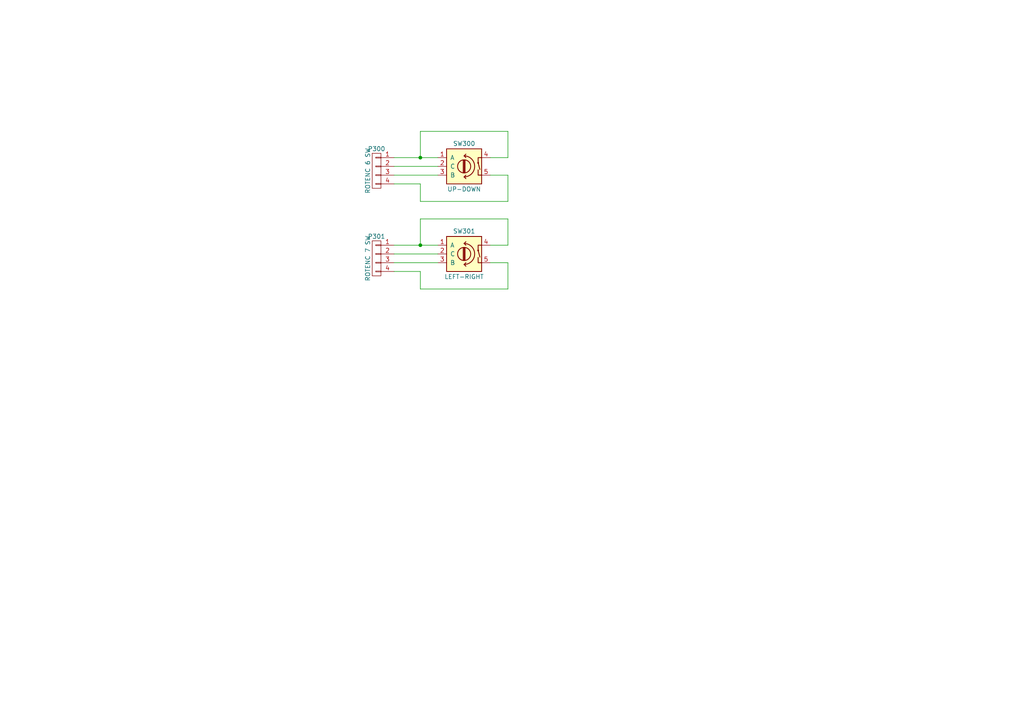
<source format=kicad_sch>
(kicad_sch (version 20211123) (generator eeschema)
  (paper "A4")
  (title_block (title "Pédale Vite v2 — Auxiliary boards") (date "2019-10-22") (company "Laurent DE SORAS") (comment 1 "Licensed under WTFPL v2 / CC0") (comment 4 "Rotary encoders for navigation"))
  (lib_symbols
    (symbol "conn:CONN_01X04" (pin_names (offset 1.016) hide)
      (property "Reference" "J" (at 0 6.35 0))
      (property "Value" "conn_CONN_01X04" (at 2.54 0 90))
      (symbol "CONN_01X04_0_1"
        (rectangle (start -1.27 -3.683) (end 0.254 -3.937))
        (rectangle (start -1.27 -1.143) (end 0.254 -1.397))
        (rectangle (start -1.27 1.397) (end 0.254 1.143))
        (rectangle (start -1.27 3.937) (end 0.254 3.683))
        (rectangle (start -1.27 5.08) (end 1.27 -5.08))
      )
      (symbol "CONN_01X04_1_1"
        (pin passive line (at -5.08 3.81 0) (length 3.81) (name "P1") (number "1"))
        (pin passive line (at -5.08 1.27 0) (length 3.81) (name "P2") (number "2"))
        (pin passive line (at -5.08 -1.27 0) (length 3.81) (name "P3") (number "3"))
        (pin passive line (at -5.08 -3.81 0) (length 3.81) (name "P4") (number "4"))
      )
    )
    (symbol "misc-boards-rescue:Rotary_Encoder_Switch" (pin_names (offset 1.016))
      (property "Reference" "SW" (at 0 6.604 0))
      (property "Value" "Rotary_Encoder_Switch" (at 0 -6.604 0))
      (symbol "Rotary_Encoder_Switch_0_1"
        (rectangle (start -5.08 5.08) (end 5.08 -5.08) (stroke (width 0.254)) (fill (type background)))
        (arc (start 0 -3.048) (mid 3.048 0) (end 0 3.048) (stroke (width 0.254)))
        (polyline (pts (xy -0.254 -1.778) (xy -0.254 1.778)) (stroke (width 0.254)))
        (polyline (pts (xy 0 -3.048) (xy 0.508 -3.556)) (stroke (width 0.254)))
        (polyline (pts (xy 0 -3.048) (xy 0.508 -2.54)) (stroke (width 0.254)))
        (polyline (pts (xy 0 -1.778) (xy 0 1.778)) (stroke (width 0.254)))
        (polyline (pts (xy 0 3.048) (xy 0.508 2.54)) (stroke (width 0.254)))
        (polyline (pts (xy 0.254 1.778) (xy 0.254 -1.778)) (stroke (width 0.254)))
        (polyline (pts (xy 0.508 3.556) (xy 0 3.048)) (stroke (width 0.254)))
        (polyline (pts (xy 4.064 1.016) (xy 4.572 -0.889)) (stroke (width 0.254)))
        (polyline (pts (xy 5.08 -2.54) (xy 4.064 -2.54) (xy 4.064 -1.016)) (stroke (width 0.254)))
        (polyline (pts (xy 5.08 2.54) (xy 4.064 2.54) (xy 4.064 1.016)) (stroke (width 0.254)))
        (circle (center 0 0) (radius 1.905) (stroke (width 0.254)))
        (circle (center 4.064 1.016) (radius 0.127) (stroke (width 0.254)))
      )
      (symbol "Rotary_Encoder_Switch_1_1"
        (pin input line (at -7.62 2.54 0) (length 2.54) (name "A") (number "1"))
        (pin input line (at -7.62 0 0) (length 2.54) (name "C") (number "2"))
        (pin input line (at -7.62 -2.54 0) (length 2.54) (name "B") (number "3"))
        (pin input line (at 7.62 2.54 180) (length 2.54) (name "~") (number "4"))
        (pin input line (at 7.62 -2.54 180) (length 2.54) (name "~") (number "5"))
      )
    )
  )
  (junction (at 121.92 71.12))
  (junction (at 121.92 45.72))
  (wire (pts (xy 147.32 63.5) (xy 147.32 71.12)))
  (wire (pts (xy 121.92 45.72) (xy 121.92 38.1)))
  (wire (pts (xy 147.32 71.12) (xy 142.24 71.12)))
  (wire (pts (xy 121.92 71.12) (xy 127 71.12)))
  (wire (pts (xy 121.92 63.5) (xy 147.32 63.5)))
  (wire (pts (xy 121.92 71.12) (xy 121.92 63.5)))
  (wire (pts (xy 114.3 73.66) (xy 127 73.66)))
  (wire (pts (xy 147.32 38.1) (xy 147.32 45.72)))
  (wire (pts (xy 114.3 45.72) (xy 121.92 45.72)))
  (wire (pts (xy 114.3 76.2) (xy 127 76.2)))
  (wire (pts (xy 114.3 71.12) (xy 121.92 71.12)))
  (wire (pts (xy 121.92 83.82) (xy 147.32 83.82)))
  (wire (pts (xy 114.3 78.74) (xy 121.92 78.74)))
  (wire (pts (xy 147.32 76.2) (xy 142.24 76.2)))
  (wire (pts (xy 121.92 78.74) (xy 121.92 83.82)))
  (wire (pts (xy 114.3 53.34) (xy 121.92 53.34)))
  (wire (pts (xy 114.3 48.26) (xy 127 48.26)))
  (wire (pts (xy 121.92 38.1) (xy 147.32 38.1)))
  (wire (pts (xy 121.92 53.34) (xy 121.92 58.42)))
  (wire (pts (xy 147.32 50.8) (xy 142.24 50.8)))
  (wire (pts (xy 121.92 58.42) (xy 147.32 58.42)))
  (wire (pts (xy 147.32 45.72) (xy 142.24 45.72)))
  (wire (pts (xy 147.32 58.42) (xy 147.32 50.8)))
  (wire (pts (xy 121.92 45.72) (xy 127 45.72)))
  (wire (pts (xy 114.3 50.8) (xy 127 50.8)))
  (wire (pts (xy 147.32 83.82) (xy 147.32 76.2)))
  (symbol (lib_id "conn:CONN_01X04") (at 109.22 74.93 0) (mirror y) (unit 1)
    (property "Reference" "P301" (at 109.22 68.58 0))
    (property "Value" "ROTENC 7 SW" (at 106.68 74.93 90))
    (property "Footprint" "Sockets_MOLEX_KK-System:Socket_MOLEX-KK-RM2-54mm_Lock_4pin_straight" (effects hide))
  )
  (symbol (lib_id "conn:CONN_01X04") (at 109.22 49.53 0) (mirror y) (unit 1)
    (property "Reference" "P300" (at 109.22 43.18 0))
    (property "Value" "ROTENC 6 SW" (at 106.68 49.53 90))
    (property "Footprint" "Sockets_MOLEX_KK-System:Socket_MOLEX-KK-RM2-54mm_Lock_4pin_straight" (effects hide))
  )
  (symbol (lib_id "misc-boards-rescue:Rotary_Encoder_Switch") (at 134.62 48.26 0) (unit 1)
    (property "Reference" "SW300" (at 134.62 41.656 0))
    (property "Value" "UP-DOWN" (at 134.62 54.864 0))
    (property "Footprint" "pedale-vite:RotaryEncoder_Bourns_PEC11R-Switch_Vertical" (effects hide))
  )
  (symbol (lib_id "misc-boards-rescue:Rotary_Encoder_Switch") (at 134.62 73.66 0) (unit 1)
    (property "Reference" "SW301" (at 134.62 67.056 0))
    (property "Value" "LEFT-RIGHT" (at 134.62 80.264 0))
    (property "Footprint" "pedale-vite:RotaryEncoder_Bourns_PEC11R-Switch_Vertical" (effects hide))
  )
)
</source>
